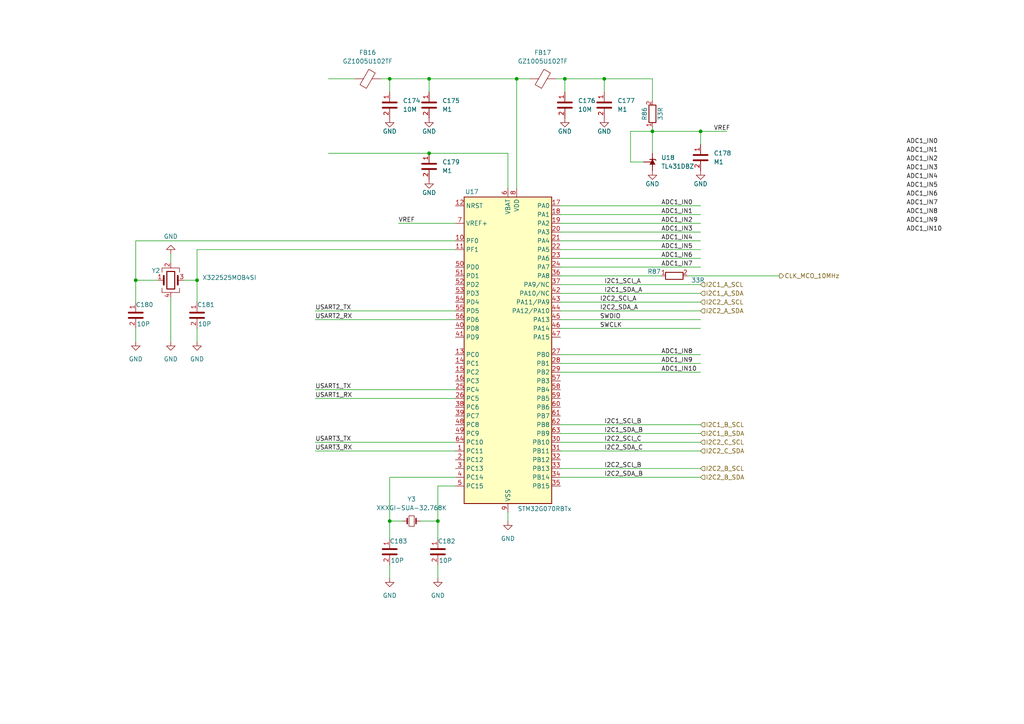
<source format=kicad_sch>
(kicad_sch (version 20250114) (generator "eeschema") (generator_version "9.0")
  (paper "A4")
  (lib_symbols
    (symbol "Device:Crystal_GND24" (pin_names (offset 1.016) (hide yes))
      (property "Reference" "Y" (at 3.175 5.08 0))
      (property "Value" "Crystal_GND24" (at 3.175 3.175 0))
      (symbol "Crystal_GND24_0_1"
        (polyline (pts (xy -2.54 2.286) (xy -2.54 3.556) (xy 2.54 3.556) (xy 2.54 2.286)))
        (polyline (pts (xy -2.54 0) (xy -2.032 0)))
        (polyline (pts (xy -2.54 -2.286) (xy -2.54 -3.556) (xy 2.54 -3.556) (xy 2.54 -2.286)))
        (polyline (pts (xy -2.032 -1.27) (xy -2.032 1.27)) (stroke (width 0.508)))
        (rectangle (start -1.143 2.54) (end 1.143 -2.54) (stroke (width 0.3048)))
        (polyline (pts (xy 0 3.556) (xy 0 3.81)))
        (polyline (pts (xy 0 -3.81) (xy 0 -3.556)))
        (polyline (pts (xy 2.032 0) (xy 2.54 0)))
        (polyline (pts (xy 2.032 -1.27) (xy 2.032 1.27)) (stroke (width 0.508)))
      )
      (symbol "Crystal_GND24_1_1"
        (pin passive line (at -3.81 0 0) (length 1.27) (name "1") (number "1"))
        (pin passive line (at 0 5.08 270) (length 1.27) (name "2") (number "2"))
        (pin passive line (at 0 -5.08 90) (length 1.27) (name "4") (number "4"))
        (pin passive line (at 3.81 0 180) (length 1.27) (name "3") (number "3"))
      )
    )
    (symbol "Device:Crystal_Small" (pin_numbers (hide yes)) (pin_names (offset 1.016) (hide yes))
      (property "Reference" "Y" (at 0 2.54 0))
      (property "Value" "Crystal_Small" (at 0 -2.54 0))
      (symbol "Crystal_Small_0_1"
        (polyline (pts (xy -1.27 -0.762) (xy -1.27 0.762)) (stroke (width 0.381)))
        (rectangle (start -0.762 -1.524) (end 0.762 1.524))
        (polyline (pts (xy 1.27 -0.762) (xy 1.27 0.762)) (stroke (width 0.381)))
      )
      (symbol "Crystal_Small_1_1"
        (pin passive line (at -2.54 0 0) (length 1.27) (name "1") (number "1"))
        (pin passive line (at 2.54 0 180) (length 1.27) (name "2") (number "2"))
      )
    )
    (symbol "Device:FerriteBead" (pin_numbers (hide yes)) (pin_names (offset 0))
      (property "Reference" "FB" (at -3.81 0.635 90))
      (property "Value" "FerriteBead" (at 3.81 0 90))
      (symbol "FerriteBead_0_1"
        (polyline (pts (xy -2.7686 0.4064) (xy -1.7018 2.2606) (xy 2.7686 -0.3048) (xy 1.6764 -2.159) (xy -2.7686 0.4064)))
        (polyline (pts (xy 0 1.27) (xy 0 1.2954)))
        (polyline (pts (xy 0 -1.27) (xy 0 -1.2192)))
      )
      (symbol "FerriteBead_1_1"
        (pin passive line (at 0 3.81 270) (length 2.54) (name "~") (number "1"))
        (pin passive line (at 0 -3.81 90) (length 2.54) (name "~") (number "2"))
      )
    )
    (symbol "MCU_ST_STM32G0:STM32G070RBTx"
      (property "Reference" "U" (at -12.7 46.99 0))
      (property "Value" "STM32G070RBTx" (at 5.08 46.99 0))
      (symbol "STM32G070RBTx_0_1"
        (rectangle (start -12.7 -43.18) (end 12.7 45.72) (stroke (width 0.254)) (fill (type background)))
      )
      (symbol "STM32G070RBTx_1_1"
        (pin input line (at -15.24 43.18 0) (length 2.54) (name "NRST") (number "12"))
        (pin input line (at -15.24 38.1 0) (length 2.54) (name "VREF+") (number "7"))
        (pin bidirectional line (at -15.24 33.02 0) (length 2.54) (name "PF0") (number "10"))
        (pin bidirectional line (at -15.24 30.48 0) (length 2.54) (name "PF1") (number "11"))
        (pin bidirectional line (at -15.24 25.4 0) (length 2.54) (name "PD0") (number "50"))
        (pin bidirectional line (at -15.24 22.86 0) (length 2.54) (name "PD1") (number "51"))
        (pin bidirectional line (at -15.24 20.32 0) (length 2.54) (name "PD2") (number "52"))
        (pin bidirectional line (at -15.24 17.78 0) (length 2.54) (name "PD3") (number "53"))
        (pin bidirectional line (at -15.24 15.24 0) (length 2.54) (name "PD4") (number "54"))
        (pin bidirectional line (at -15.24 12.7 0) (length 2.54) (name "PD5") (number "55"))
        (pin bidirectional line (at -15.24 10.16 0) (length 2.54) (name "PD6") (number "56"))
        (pin bidirectional line (at -15.24 7.62 0) (length 2.54) (name "PD8") (number "40"))
        (pin bidirectional line (at -15.24 5.08 0) (length 2.54) (name "PD9") (number "41"))
        (pin bidirectional line (at -15.24 0 0) (length 2.54) (name "PC0") (number "13"))
        (pin bidirectional line (at -15.24 -2.54 0) (length 2.54) (name "PC1") (number "14"))
        (pin bidirectional line (at -15.24 -5.08 0) (length 2.54) (name "PC2") (number "15"))
        (pin bidirectional line (at -15.24 -7.62 0) (length 2.54) (name "PC3") (number "16"))
        (pin bidirectional line (at -15.24 -10.16 0) (length 2.54) (name "PC4") (number "25"))
        (pin bidirectional line (at -15.24 -12.7 0) (length 2.54) (name "PC5") (number "26"))
        (pin bidirectional line (at -15.24 -15.24 0) (length 2.54) (name "PC6") (number "38"))
        (pin bidirectional line (at -15.24 -17.78 0) (length 2.54) (name "PC7") (number "39"))
        (pin bidirectional line (at -15.24 -20.32 0) (length 2.54) (name "PC8") (number "48"))
        (pin bidirectional line (at -15.24 -22.86 0) (length 2.54) (name "PC9") (number "49"))
        (pin bidirectional line (at -15.24 -25.4 0) (length 2.54) (name "PC10") (number "64"))
        (pin bidirectional line (at -15.24 -27.94 0) (length 2.54) (name "PC11") (number "1"))
        (pin bidirectional line (at -15.24 -30.48 0) (length 2.54) (name "PC12") (number "2"))
        (pin bidirectional line (at -15.24 -33.02 0) (length 2.54) (name "PC13") (number "3"))
        (pin bidirectional line (at -15.24 -35.56 0) (length 2.54) (name "PC14") (number "4"))
        (pin bidirectional line (at -15.24 -38.1 0) (length 2.54) (name "PC15") (number "5"))
        (pin power_in line (at 0 48.26 270) (length 2.54) (name "VBAT") (number "6"))
        (pin power_in line (at 0 -45.72 90) (length 2.54) (name "VSS") (number "9"))
        (pin power_in line (at 2.54 48.26 270) (length 2.54) (name "VDD") (number "8"))
        (pin bidirectional line (at 15.24 43.18 180) (length 2.54) (name "PA0") (number "17"))
        (pin bidirectional line (at 15.24 40.64 180) (length 2.54) (name "PA1") (number "18"))
        (pin bidirectional line (at 15.24 38.1 180) (length 2.54) (name "PA2") (number "19"))
        (pin bidirectional line (at 15.24 35.56 180) (length 2.54) (name "PA3") (number "20"))
        (pin bidirectional line (at 15.24 33.02 180) (length 2.54) (name "PA4") (number "21"))
        (pin bidirectional line (at 15.24 30.48 180) (length 2.54) (name "PA5") (number "22"))
        (pin bidirectional line (at 15.24 27.94 180) (length 2.54) (name "PA6") (number "23"))
        (pin bidirectional line (at 15.24 25.4 180) (length 2.54) (name "PA7") (number "24"))
        (pin bidirectional line (at 15.24 22.86 180) (length 2.54) (name "PA8") (number "36"))
        (pin bidirectional line (at 15.24 20.32 180) (length 2.54) (name "PA9/NC") (number "37"))
        (pin bidirectional line (at 15.24 17.78 180) (length 2.54) (name "PA10/NC") (number "42"))
        (pin bidirectional line (at 15.24 15.24 180) (length 2.54) (name "PA11/PA9") (number "43"))
        (pin bidirectional line (at 15.24 12.7 180) (length 2.54) (name "PA12/PA10") (number "44"))
        (pin bidirectional line (at 15.24 10.16 180) (length 2.54) (name "PA13") (number "45"))
        (pin bidirectional line (at 15.24 7.62 180) (length 2.54) (name "PA14") (number "46"))
        (pin bidirectional line (at 15.24 5.08 180) (length 2.54) (name "PA15") (number "47"))
        (pin bidirectional line (at 15.24 0 180) (length 2.54) (name "PB0") (number "27"))
        (pin bidirectional line (at 15.24 -2.54 180) (length 2.54) (name "PB1") (number "28"))
        (pin bidirectional line (at 15.24 -5.08 180) (length 2.54) (name "PB2") (number "29"))
        (pin bidirectional line (at 15.24 -7.62 180) (length 2.54) (name "PB3") (number "57"))
        (pin bidirectional line (at 15.24 -10.16 180) (length 2.54) (name "PB4") (number "58"))
        (pin bidirectional line (at 15.24 -12.7 180) (length 2.54) (name "PB5") (number "59"))
        (pin bidirectional line (at 15.24 -15.24 180) (length 2.54) (name "PB6") (number "60"))
        (pin bidirectional line (at 15.24 -17.78 180) (length 2.54) (name "PB7") (number "61"))
        (pin bidirectional line (at 15.24 -20.32 180) (length 2.54) (name "PB8") (number "62"))
        (pin bidirectional line (at 15.24 -22.86 180) (length 2.54) (name "PB9") (number "63"))
        (pin bidirectional line (at 15.24 -25.4 180) (length 2.54) (name "PB10") (number "30"))
        (pin bidirectional line (at 15.24 -27.94 180) (length 2.54) (name "PB11") (number "31"))
        (pin bidirectional line (at 15.24 -30.48 180) (length 2.54) (name "PB12") (number "32"))
        (pin bidirectional line (at 15.24 -33.02 180) (length 2.54) (name "PB13") (number "33"))
        (pin bidirectional line (at 15.24 -35.56 180) (length 2.54) (name "PB14") (number "34"))
        (pin bidirectional line (at 15.24 -38.1 180) (length 2.54) (name "PB15") (number "35"))
      )
    )
    (symbol "PPA-Pasive:Cap" (pin_names (offset 1.016))
      (property "Reference" "C" (at -5.08 0 0))
      (property "Value" "Cap" (at 5.08 -2.54 0))
      (symbol "Cap_1_1"
        (polyline (pts (xy -2.032 0.762) (xy 2.032 0.762)) (stroke (width 0.508)))
        (polyline (pts (xy -2.032 -0.762) (xy 2.032 -0.762)) (stroke (width 0.508)))
        (pin passive line (at 0 3.81 270) (length 2.794) (name "~") (number "1"))
        (pin passive line (at 0 -3.81 90) (length 2.794) (name "~") (number "2"))
      )
    )
    (symbol "PPA-Pasive:Res" (pin_names (offset 1.016))
      (property "Reference" "R" (at -2.54 2.54 0))
      (property "Value" "Res" (at -1.27 -2.54 0))
      (symbol "Res_1_1"
        (rectangle (start 2.54 -1.016) (end -2.54 1.016) (stroke (width 0.254)))
        (pin passive line (at -3.81 0 0) (length 1.27) (name "~") (number "1"))
        (pin passive line (at 3.81 0 180) (length 1.27) (name "~") (number "2"))
      )
    )
    (symbol "Reference_Voltage:TL431DBZ" (pin_numbers (hide yes)) (pin_names (hide yes))
      (property "Reference" "U" (at -2.54 2.54 0))
      (property "Value" "TL431DBZ" (at 0 -2.54 0))
      (symbol "TL431DBZ_0_1"
        (polyline (pts (xy -1.27 0) (xy 0 0) (xy 1.27 0)))
        (polyline (pts (xy -0.762 0.762) (xy 0.762 0) (xy -0.762 -0.762)) (fill (type outline)))
        (polyline (pts (xy 0.508 -1.016) (xy 0.762 -0.762) (xy 0.762 0.762) (xy 0.762 0.762)) (stroke (width 0.254)))
      )
      (symbol "TL431DBZ_1_1"
        (pin passive line (at -2.54 0 0) (length 2.54) (name "A") (number "3"))
        (pin passive line (at 0 2.54 270) (length 2.54) (name "REF") (number "2"))
        (pin passive line (at 2.54 0 180) (length 2.54) (name "K") (number "1"))
      )
    )
    (symbol "power:GND" (power) (pin_names (offset 0))
      (property "Value" "GND" (at 0 -3.81 0))
      (symbol "GND_0_1"
        (polyline (pts (xy 0 0) (xy 0 -1.27) (xy 1.27 -1.27) (xy 0 -2.54) (xy -1.27 -1.27) (xy 0 -1.27)))
      )
      (symbol "GND_1_1"
        (pin power_in line (at 0 0 270) (length 0) (hide yes) (name "GND") (number "1"))
      )
    )
  )
  (junction (at 113.03 22.86))
  (junction (at 57.15 81.28))
  (junction (at 163.83 22.86))
  (junction (at 113.03 151.13))
  (junction (at 39.37 81.28))
  (junction (at 127 151.13))
  (junction (at 175.26 22.86))
  (junction (at 124.46 22.86))
  (junction (at 124.46 44.45))
  (junction (at 203.2 38.1))
  (junction (at 189.23 38.1))
  (junction (at 149.86 22.86))
  (wire (pts (xy 91.44 115.57) (xy 132.08 115.57)))
  (wire (pts (xy 49.53 73.66) (xy 49.53 76.2)))
  (wire (pts (xy 175.26 22.86) (xy 175.26 26.67)))
  (wire (pts (xy 57.15 81.28) (xy 57.15 87.63)))
  (wire (pts (xy 203.2 38.1) (xy 203.2 41.91)))
  (wire (pts (xy 162.56 90.17) (xy 203.2 90.17)))
  (wire (pts (xy 39.37 81.28) (xy 45.72 81.28)))
  (wire (pts (xy 127 163.83) (xy 127 167.64)))
  (wire (pts (xy 39.37 95.25) (xy 39.37 99.06)))
  (wire (pts (xy 162.56 95.25) (xy 203.2 95.25)))
  (wire (pts (xy 162.56 85.09) (xy 203.2 85.09)))
  (wire (pts (xy 147.32 54.61) (xy 147.32 44.45)))
  (wire (pts (xy 162.56 135.89) (xy 203.2 135.89)))
  (wire (pts (xy 147.32 148.59) (xy 147.32 151.13)))
  (wire (pts (xy 49.53 86.36) (xy 49.53 99.06)))
  (wire (pts (xy 113.03 138.43) (xy 113.03 151.13)))
  (wire (pts (xy 162.56 87.63) (xy 203.2 87.63)))
  (wire (pts (xy 162.56 138.43) (xy 203.2 138.43)))
  (wire (pts (xy 127 140.97) (xy 132.08 140.97)))
  (wire (pts (xy 162.56 72.39) (xy 203.2 72.39)))
  (wire (pts (xy 162.56 107.95) (xy 203.2 107.95)))
  (wire (pts (xy 189.23 22.86) (xy 189.23 29.21)))
  (wire (pts (xy 132.08 72.39) (xy 57.15 72.39)))
  (wire (pts (xy 162.56 74.93) (xy 203.2 74.93)))
  (wire (pts (xy 132.08 69.85) (xy 39.37 69.85)))
  (wire (pts (xy 199.39 80.01) (xy 226.06 80.01)))
  (wire (pts (xy 203.2 38.1) (xy 210.82 38.1)))
  (wire (pts (xy 127 156.21) (xy 127 151.13)))
  (wire (pts (xy 95.25 44.45) (xy 124.46 44.45)))
  (wire (pts (xy 189.23 38.1) (xy 203.2 38.1)))
  (wire (pts (xy 115.57 64.77) (xy 132.08 64.77)))
  (wire (pts (xy 39.37 69.85) (xy 39.37 81.28)))
  (wire (pts (xy 113.03 151.13) (xy 113.03 156.21)))
  (wire (pts (xy 162.56 102.87) (xy 203.2 102.87)))
  (wire (pts (xy 162.56 105.41) (xy 203.2 105.41)))
  (wire (pts (xy 162.56 77.47) (xy 203.2 77.47)))
  (wire (pts (xy 162.56 69.85) (xy 203.2 69.85)))
  (wire (pts (xy 57.15 81.28) (xy 53.34 81.28)))
  (wire (pts (xy 162.56 59.69) (xy 203.2 59.69)))
  (wire (pts (xy 163.83 22.86) (xy 163.83 26.67)))
  (wire (pts (xy 162.56 62.23) (xy 203.2 62.23)))
  (wire (pts (xy 189.23 38.1) (xy 189.23 44.45)))
  (wire (pts (xy 162.56 67.31) (xy 203.2 67.31)))
  (wire (pts (xy 113.03 22.86) (xy 113.03 26.67)))
  (wire (pts (xy 132.08 138.43) (xy 113.03 138.43)))
  (wire (pts (xy 162.56 92.71) (xy 203.2 92.71)))
  (wire (pts (xy 149.86 22.86) (xy 153.67 22.86)))
  (wire (pts (xy 124.46 44.45) (xy 147.32 44.45)))
  (wire (pts (xy 149.86 54.61) (xy 149.86 22.86)))
  (wire (pts (xy 110.49 22.86) (xy 113.03 22.86)))
  (wire (pts (xy 182.88 46.99) (xy 182.88 38.1)))
  (wire (pts (xy 91.44 130.81) (xy 132.08 130.81)))
  (wire (pts (xy 127 151.13) (xy 127 140.97)))
  (wire (pts (xy 189.23 36.83) (xy 189.23 38.1)))
  (wire (pts (xy 162.56 123.19) (xy 203.2 123.19)))
  (wire (pts (xy 91.44 90.17) (xy 132.08 90.17)))
  (wire (pts (xy 121.92 151.13) (xy 127 151.13)))
  (wire (pts (xy 163.83 22.86) (xy 175.26 22.86)))
  (wire (pts (xy 39.37 81.28) (xy 39.37 87.63)))
  (wire (pts (xy 182.88 38.1) (xy 189.23 38.1)))
  (wire (pts (xy 162.56 64.77) (xy 203.2 64.77)))
  (wire (pts (xy 102.87 22.86) (xy 95.25 22.86)))
  (wire (pts (xy 57.15 95.25) (xy 57.15 99.06)))
  (wire (pts (xy 186.69 46.99) (xy 182.88 46.99)))
  (wire (pts (xy 162.56 82.55) (xy 203.2 82.55)))
  (wire (pts (xy 124.46 22.86) (xy 149.86 22.86)))
  (wire (pts (xy 91.44 113.03) (xy 132.08 113.03)))
  (wire (pts (xy 161.29 22.86) (xy 163.83 22.86)))
  (wire (pts (xy 113.03 151.13) (xy 116.84 151.13)))
  (wire (pts (xy 91.44 92.71) (xy 132.08 92.71)))
  (wire (pts (xy 124.46 22.86) (xy 124.46 26.67)))
  (wire (pts (xy 162.56 125.73) (xy 203.2 125.73)))
  (wire (pts (xy 113.03 163.83) (xy 113.03 167.64)))
  (wire (pts (xy 113.03 22.86) (xy 124.46 22.86)))
  (wire (pts (xy 162.56 80.01) (xy 191.77 80.01)))
  (wire (pts (xy 91.44 128.27) (xy 132.08 128.27)))
  (wire (pts (xy 175.26 22.86) (xy 189.23 22.86)))
  (wire (pts (xy 57.15 72.39) (xy 57.15 81.28)))
  (wire (pts (xy 162.56 130.81) (xy 203.2 130.81)))
  (wire (pts (xy 162.56 128.27) (xy 203.2 128.27)))
  (label "I2C2_SDA_B" (at 175.26 138.43 0))
  (label "VREF" (at 115.57 64.77 0))
  (label "ADC1_IN0" (at 191.77 59.69 0))
  (label "ADC1_IN6" (at 191.77 74.93 0))
  (label "ADC1_IN5" (at 262.89 54.61 0))
  (label "SWCLK" (at 173.99 95.25 0))
  (label "ADC1_IN3" (at 262.89 49.53 0))
  (label "ADC1_IN9" (at 191.77 105.41 0))
  (label "ADC1_IN10" (at 262.89 67.31 0))
  (label "ADC1_IN8" (at 262.89 62.23 0))
  (label "VREF" (at 207.01 38.1 0))
  (label "I2C1_SCl_B" (at 175.26 123.19 0))
  (label "I2C2_SCl_B" (at 175.26 135.89 0))
  (label "USART3_TX" (at 91.44 128.27 0))
  (label "ADC1_IN3" (at 191.77 67.31 0))
  (label "ADC1_IN7" (at 262.89 59.69 0))
  (label "USART2_TX" (at 91.44 90.17 0))
  (label "ADC1_IN0" (at 262.89 41.91 0))
  (label "USART1_TX" (at 91.44 113.03 0))
  (label "I2C1_SDA_A" (at 175.26 85.09 0))
  (label "ADC1_IN8" (at 191.77 102.87 0))
  (label "ADC1_IN2" (at 262.89 46.99 0))
  (label "I2C2_SDA_C" (at 175.26 130.81 0))
  (label "I2C2_SCl_C" (at 175.26 128.27 0))
  (label "ADC1_IN5" (at 191.77 72.39 0))
  (label "I2C1_SDA_B" (at 175.26 125.73 0))
  (label "USART2_RX" (at 91.44 92.71 0))
  (label "USART1_RX" (at 91.44 115.57 0))
  (label "ADC1_IN4" (at 191.77 69.85 0))
  (label "ADC1_IN7" (at 191.77 77.47 0))
  (label "I2C2_SDA_A" (at 173.99 90.17 0))
  (label "ADC1_IN1" (at 191.77 62.23 0))
  (label "SWDIO" (at 173.99 92.71 0))
  (label "USART3_RX" (at 91.44 130.81 0))
  (label "I2C1_SCl_A" (at 175.26 82.55 0))
  (label "ADC1_IN9" (at 262.89 64.77 0))
  (label "ADC1_IN1" (at 262.89 44.45 0))
  (label "ADC1_IN6" (at 262.89 57.15 0))
  (label "I2C2_SCl_A" (at 173.99 87.63 0))
  (label "ADC1_IN10" (at 191.77 107.95 0))
  (label "ADC1_IN4" (at 262.89 52.07 0))
  (label "ADC1_IN2" (at 191.77 64.77 0))
  (hierarchical_label "I2C1_A_SDA" (shape input) (at 203.2 85.09 0))
  (hierarchical_label "I2C2_B_SCL" (shape input) (at 203.2 135.89 0))
  (hierarchical_label "I2C1_B_SDA" (shape input) (at 203.2 125.73 0))
  (hierarchical_label "I2C1_A_SCL" (shape input) (at 203.2 82.55 0))
  (hierarchical_label "I2C2_B_SDA" (shape input) (at 203.2 138.43 0))
  (hierarchical_label "I2C1_B_SCL" (shape input) (at 203.2 123.19 0))
  (hierarchical_label "I2C2_A_SCL" (shape input) (at 203.2 87.63 0))
  (hierarchical_label "I2C2_C_SDA" (shape input) (at 203.2 130.81 0))
  (hierarchical_label "CLK_MCO_10MHz" (shape output) (at 226.06 80.01 0))
  (hierarchical_label "I2C2_A_SDA" (shape input) (at 203.2 90.17 0))
  (hierarchical_label "I2C2_C_SCL" (shape input) (at 203.2 128.27 0))
  (symbol (lib_id "PPA-Pasive:Cap") (at 113.03 30.48 0) (unit 1)
    (property "Reference" "C174" (at 116.84 29.2099 0) (effects (justify left)))
    (property "Value" "10M" (at 116.84 31.7499 0) (effects (justify left)))
    (property "Footprint" "Capacitor_SMD:C_0603_1608Metric" (effects (hide yes)))
    (property "Description" "capacitor" (effects (hide yes)))
    (property "Voltage" "100V" (effects (hide yes)))
    (property "Material" "X7R" (effects (hide yes)))
    (property "JLCPCB Part #" "C96446" (effects (hide yes)))
  )
  (symbol (lib_id "power:GND") (at 127 167.64 0) (unit 1)
    (property "Reference" "#PWR0262" (effects (hide yes)))
    (property "Value" "GND" (at 127 172.72 0))
    (property "Description" "Power symbol creates a global label with name \"GND\" , ground" (effects (hide yes)))
  )
  (symbol (lib_id "power:GND") (at 163.83 34.29 0) (unit 1)
    (property "Reference" "#PWR0254" (effects (hide yes)))
    (property "Value" "GND" (at 163.83 38.1 0))
    (property "Description" "Power symbol creates a global label with name \"GND\" , ground" (effects (hide yes)))
  )
  (symbol (lib_id "power:GND") (at 57.15 99.06 0) (unit 1)
    (property "Reference" "#PWR0261" (effects (hide yes)))
    (property "Value" "GND" (at 57.15 104.14 0))
    (property "Description" "Power symbol creates a global label with name \"GND\" , ground" (effects (hide yes)))
  )
  (symbol (lib_id "PPA-Pasive:Res") (at 189.23 33.02 90) (unit 1)
    (property "Reference" "R86" (at 186.944 33.02 0))
    (property "Value" "33R" (at 191.516 33.02 0))
    (property "Footprint" "Resistor_SMD:R_0402_1005Metric" (effects (hide yes)))
    (property "Power" "250mW" (effects (hide yes)))
    (property "Tolerance" "=< 5%" (effects (hide yes)))
    (property "JLCPCB Part #" "C25105" (effects (hide yes)))
  )
  (symbol (lib_id "PPA-Pasive:Cap") (at 163.83 30.48 0) (unit 1)
    (property "Reference" "C176" (at 167.64 29.2099 0) (effects (justify left)))
    (property "Value" "10M" (at 167.64 31.7499 0) (effects (justify left)))
    (property "Footprint" "Capacitor_SMD:C_0603_1608Metric" (effects (hide yes)))
    (property "Description" "capacitor" (effects (hide yes)))
    (property "Voltage" "100V" (effects (hide yes)))
    (property "Material" "X7R" (effects (hide yes)))
    (property "JLCPCB Part #" "C96446" (effects (hide yes)))
  )
  (symbol (lib_id "power:GND") (at 175.26 34.29 0) (unit 1)
    (property "Reference" "#PWR0255" (effects (hide yes)))
    (property "Value" "GND" (at 175.26 38.1 0))
    (property "Description" "Power symbol creates a global label with name \"GND\" , ground" (effects (hide yes)))
  )
  (symbol (lib_id "power:GND") (at 147.32 151.13 0) (unit 1)
    (property "Reference" "#PWR0250" (effects (hide yes)))
    (property "Value" "GND" (at 147.32 156.21 0))
    (property "Description" "Power symbol creates a global label with name \"GND\" , ground" (effects (hide yes)))
  )
  (symbol (lib_id "PPA-Pasive:Cap") (at 57.15 91.44 0) (unit 1)
    (property "Reference" "C181" (at 57.15 88.392 0) (effects (justify left)))
    (property "Value" "10P" (at 57.404 93.98 0) (effects (justify left)))
    (property "Footprint" "Capacitor_SMD:C_0402_1005Metric" (effects (hide yes)))
    (property "Description" "capacitor" (effects (hide yes)))
    (property "Voltage" "100V" (effects (hide yes)))
    (property "Material" "X7R" (effects (hide yes)))
    (property "JLCPCB Part #" "C25744" (effects (hide yes)))
  )
  (symbol (lib_id "PPA-Pasive:Cap") (at 39.37 91.44 0) (unit 1)
    (property "Reference" "C180" (at 39.37 88.392 0) (effects (justify left)))
    (property "Value" "10P" (at 39.624 93.98 0) (effects (justify left)))
    (property "Footprint" "Capacitor_SMD:C_0402_1005Metric" (effects (hide yes)))
    (property "Description" "capacitor" (effects (hide yes)))
    (property "Voltage" "100V" (effects (hide yes)))
    (property "Material" "X7R" (effects (hide yes)))
    (property "JLCPCB Part #" "C25744" (effects (hide yes)))
  )
  (symbol (lib_id "Device:Crystal_GND24") (at 49.53 81.28 0) (unit 1)
    (property "Reference" "Y2" (at 45.212 78.486 0))
    (property "Value" "X322525MOB4SI" (at 66.548 80.518 0))
    (property "Footprint" "Crystal:Crystal_SMD_3225-4Pin_3.2x2.5mm" (effects (hide yes)))
    (property "Description" "Four pin crystal, GND on pins 2 and 4" (effects (hide yes)))
    (property "JLCPCB Part #" " C9006 " (effects (hide yes)))
  )
  (symbol (lib_id "power:GND") (at 49.53 99.06 0) (unit 1)
    (property "Reference" "#PWR0260" (effects (hide yes)))
    (property "Value" "GND" (at 49.53 104.14 0))
    (property "Description" "Power symbol creates a global label with name \"GND\" , ground" (effects (hide yes)))
  )
  (symbol (lib_id "power:GND") (at 124.46 34.29 0) (unit 1)
    (property "Reference" "#PWR0253" (effects (hide yes)))
    (property "Value" "GND" (at 124.46 38.1 0))
    (property "Description" "Power symbol creates a global label with name \"GND\" , ground" (effects (hide yes)))
  )
  (symbol (lib_id "power:GND") (at 189.23 49.53 0) (unit 1)
    (property "Reference" "#PWR0251" (effects (hide yes)))
    (property "Value" "GND" (at 189.23 53.34 0))
    (property "Description" "Power symbol creates a global label with name \"GND\" , ground" (effects (hide yes)))
  )
  (symbol (lib_id "PPA-Pasive:Cap") (at 113.03 160.02 0) (unit 1)
    (property "Reference" "C183" (at 113.03 156.972 0) (effects (justify left)))
    (property "Value" "10P" (at 113.284 162.56 0) (effects (justify left)))
    (property "Footprint" "Capacitor_SMD:C_0402_1005Metric" (effects (hide yes)))
    (property "Description" "capacitor" (effects (hide yes)))
    (property "Voltage" "100V" (effects (hide yes)))
    (property "Material" "X7R" (effects (hide yes)))
    (property "JLCPCB Part #" "C25744" (effects (hide yes)))
  )
  (symbol (lib_id "power:GND") (at 39.37 99.06 0) (unit 1)
    (property "Reference" "#PWR0258" (effects (hide yes)))
    (property "Value" "GND" (at 39.37 104.14 0))
    (property "Description" "Power symbol creates a global label with name \"GND\" , ground" (effects (hide yes)))
  )
  (symbol (lib_id "PPA-Pasive:Res") (at 195.58 80.01 0) (unit 1)
    (property "Reference" "R87" (at 189.738 78.74 0))
    (property "Value" "33R" (at 202.438 81.28 0))
    (property "Footprint" "Resistor_SMD:R_0402_1005Metric" (effects (hide yes)))
    (property "Power" "250mW" (effects (hide yes)))
    (property "Tolerance" "=< 5%" (effects (hide yes)))
    (property "JLCPCB Part #" "C25105" (effects (hide yes)))
  )
  (symbol (lib_id "Device:FerriteBead") (at 106.68 22.86 90) (unit 1)
    (property "Reference" "FB16" (at 106.6292 15.24 90))
    (property "Value" "GZ1005U102TF" (at 106.6292 17.78 90))
    (property "Footprint" "Inductor_SMD:L_0402_1005Metric_Pad0.77x0.64mm_HandSolder" (effects (hide yes)))
    (property "Description" "Ferrite bead" (effects (hide yes)))
    (property "JLCPCB Part #" "C19136" (effects (hide yes)))
  )
  (symbol (lib_id "power:GND") (at 203.2 49.53 0) (unit 1)
    (property "Reference" "#PWR0256" (effects (hide yes)))
    (property "Value" "GND" (at 203.2 53.34 0))
    (property "Description" "Power symbol creates a global label with name \"GND\" , ground" (effects (hide yes)))
  )
  (symbol (lib_id "Device:Crystal_Small") (at 119.38 151.13 0) (unit 1)
    (property "Reference" "Y3" (at 119.38 144.78 0))
    (property "Value" "XKXGI-SUA-32.768K" (at 119.38 147.32 0))
    (property "Footprint" "Crystal:Crystal_SMD_3215-2Pin_3.2x1.5mm" (effects (hide yes)))
    (property "Description" "Two pin crystal, small symbol" (effects (hide yes)))
    (property "JLCPCB Part #" " C5213671" (effects (hide yes)))
  )
  (symbol (lib_id "power:GND") (at 113.03 167.64 0) (unit 1)
    (property "Reference" "#PWR0263" (effects (hide yes)))
    (property "Value" "GND" (at 113.03 172.72 0))
    (property "Description" "Power symbol creates a global label with name \"GND\" , ground" (effects (hide yes)))
  )
  (symbol (lib_id "PPA-Pasive:Cap") (at 124.46 30.48 0) (unit 1)
    (property "Reference" "C175" (at 128.27 29.2099 0) (effects (justify left)))
    (property "Value" "M1" (at 128.27 31.7499 0) (effects (justify left)))
    (property "Footprint" "Capacitor_SMD:C_0201_0603Metric" (effects (hide yes)))
    (property "Description" "capacitor" (effects (hide yes)))
    (property "Voltage" "100V" (effects (hide yes)))
    (property "Material" "X7R" (effects (hide yes)))
    (property "PN" "CL03A104KP3NNNC" (effects (hide yes)))
    (property "JLC" "C49062" (effects (hide yes)))
    (property "JLCPCB Part #" "C1581" (effects (hide yes)))
  )
  (symbol (lib_id "PPA-Pasive:Cap") (at 203.2 45.72 0) (unit 1)
    (property "Reference" "C178" (at 207.01 44.4499 0) (effects (justify left)))
    (property "Value" "M1" (at 207.01 46.9899 0) (effects (justify left)))
    (property "Footprint" "Capacitor_SMD:C_0201_0603Metric" (effects (hide yes)))
    (property "Description" "capacitor" (effects (hide yes)))
    (property "Voltage" "100V" (effects (hide yes)))
    (property "Material" "X7R" (effects (hide yes)))
    (property "PN" "CL03A104KP3NNNC" (effects (hide yes)))
    (property "JLC" "C49062" (effects (hide yes)))
    (property "JLCPCB Part #" "C1581" (effects (hide yes)))
  )
  (symbol (lib_id "power:GND") (at 113.03 34.29 0) (unit 1)
    (property "Reference" "#PWR0252" (effects (hide yes)))
    (property "Value" "GND" (at 113.03 38.1 0))
    (property "Description" "Power symbol creates a global label with name \"GND\" , ground" (effects (hide yes)))
  )
  (symbol (lib_id "Device:FerriteBead") (at 157.48 22.86 90) (unit 1)
    (property "Reference" "FB17" (at 157.4292 15.24 90))
    (property "Value" "GZ1005U102TF" (at 157.4292 17.78 90))
    (property "Footprint" "Inductor_SMD:L_0402_1005Metric_Pad0.77x0.64mm_HandSolder" (effects (hide yes)))
    (property "Description" "Ferrite bead" (effects (hide yes)))
    (property "JLCPCB Part #" "C19136" (effects (hide yes)))
  )
  (symbol (lib_id "PPA-Pasive:Cap") (at 127 160.02 0) (unit 1)
    (property "Reference" "C182" (at 127 156.972 0) (effects (justify left)))
    (property "Value" "10P" (at 127.254 162.56 0) (effects (justify left)))
    (property "Footprint" "Capacitor_SMD:C_0402_1005Metric" (effects (hide yes)))
    (property "Description" "capacitor" (effects (hide yes)))
    (property "Voltage" "100V" (effects (hide yes)))
    (property "Material" "X7R" (effects (hide yes)))
    (property "JLCPCB Part #" "C25744" (effects (hide yes)))
  )
  (symbol (lib_id "Reference_Voltage:TL431DBZ") (at 189.23 46.99 90) (unit 1)
    (property "Reference" "U18" (at 191.77 45.7199 90) (effects (justify right)))
    (property "Value" "TL431DBZ" (at 191.77 48.2599 90) (effects (justify right)))
    (property "Footprint" "Package_TO_SOT_SMD:SOT-23" (effects (hide yes)))
    (property "Datasheet" "http://www.ti.com/lit/ds/symlink/tl431.pdf" (effects (hide yes)))
    (property "Description" "Shunt Regulator, SOT-23" (effects (hide yes)))
  )
  (symbol (lib_id "power:GND") (at 49.53 73.66 180) (unit 1)
    (property "Reference" "#PWR0259" (effects (hide yes)))
    (property "Value" "GND" (at 49.53 68.58 0))
    (property "Description" "Power symbol creates a global label with name \"GND\" , ground" (effects (hide yes)))
  )
  (symbol (lib_id "PPA-Pasive:Cap") (at 175.26 30.48 0) (unit 1)
    (property "Reference" "C177" (at 179.07 29.2099 0) (effects (justify left)))
    (property "Value" "M1" (at 179.07 31.7499 0) (effects (justify left)))
    (property "Footprint" "Capacitor_SMD:C_0201_0603Metric" (effects (hide yes)))
    (property "Description" "capacitor" (effects (hide yes)))
    (property "Voltage" "100V" (effects (hide yes)))
    (property "Material" "X7R" (effects (hide yes)))
    (property "PN" "CL03A104KP3NNNC" (effects (hide yes)))
    (property "JLC" "C49062" (effects (hide yes)))
    (property "JLCPCB Part #" "C1581" (effects (hide yes)))
  )
  (symbol (lib_id "power:GND") (at 124.46 52.07 0) (unit 1)
    (property "Reference" "#PWR0257" (effects (hide yes)))
    (property "Value" "GND" (at 124.46 55.88 0))
    (property "Description" "Power symbol creates a global label with name \"GND\" , ground" (effects (hide yes)))
  )
  (symbol (lib_id "PPA-Pasive:Cap") (at 124.46 48.26 0) (unit 1)
    (property "Reference" "C179" (at 128.27 46.9899 0) (effects (justify left)))
    (property "Value" "M1" (at 128.27 49.5299 0) (effects (justify left)))
    (property "Footprint" "Capacitor_SMD:C_0201_0603Metric" (effects (hide yes)))
    (property "Description" "capacitor" (effects (hide yes)))
    (property "Voltage" "100V" (effects (hide yes)))
    (property "Material" "X7R" (effects (hide yes)))
    (property "PN" "CL03A104KP3NNNC" (effects (hide yes)))
    (property "JLC" "C49062" (effects (hide yes)))
    (property "JLCPCB Part #" "C1581" (effects (hide yes)))
  )
  (symbol (lib_id "MCU_ST_STM32G0:STM32G070RBTx") (at 147.32 102.87 0) (unit 1)
    (property "Reference" "U17" (at 134.874 55.626 0) (effects (justify left)))
    (property "Value" "STM32G070RBTx" (at 150.114 147.574 0) (effects (justify left)))
    (property "Footprint" "Package_QFP:LQFP-64_10x10mm_P0.5mm" (effects (hide yes)))
    (property "Datasheet" "https://www.st.com/resource/en/datasheet/stm32g070rb.pdf" (effects (hide yes)))
    (property "Description" "STMicroelectronics Arm Cortex-M0+ MCU, 128KB flash, 36KB RAM, 64 MHz, 2.0-3.6V, 59 GPIO, LQFP64" (effects (hide yes)))
    (property "JLCPCB Part #" "C529340 " (effects (hide yes)))
  )
)
</source>
